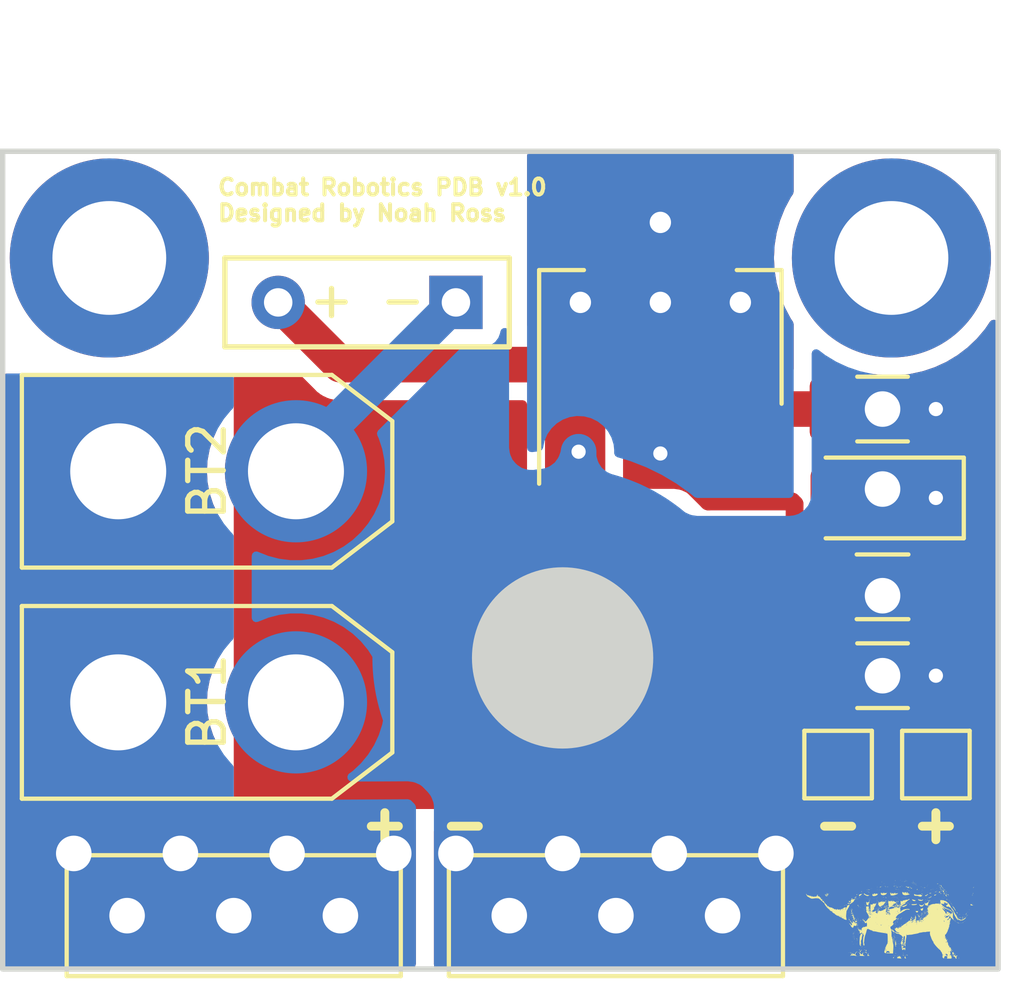
<source format=kicad_pcb>
(kicad_pcb (version 20221018) (generator pcbnew)
  (layers (0 "F.Cu" signal) (31 "B.Cu" signal) (34 "B.Paste" user) (35 "F.Paste" user) (36 "B.SilkS" user "B.Silkscreen") (37 "F.SilkS" user "F.Silkscreen") (38 "B.Mask" user) (39 "F.Mask" user) (44 "Edge.Cuts" user))
  (net 0 "")
  (net 1 "GND")
  (net 2 "Net-(D1-A)")
  (net 3 "/VBAT")
  (net 4 "/5V Power")
  (net 5 "/BATT GND")
  (footprint "TestPoint:TestPoint_Pad_1.5x1.5mm" (layer "F.Cu") (at 156 110.5 -90)
    (fp_text reference "TP7" hide)
    (fp_text value "TestPoint")
    (pad "1" smd rect (at 0 0 270) (size 1.5 1.5) (layers "F.Cu" "F.Mask") (net 4 "/5V Power"))
  )
  (footprint "LED_SMD:LED_1206_3216Metric" (layer "F.Cu") (at 157.25 103 180)
    (fp_text reference "D1" hide)
    (fp_text value "LED")
    (pad "1" smd roundrect (at -1.4 0 180) (size 1.25 1.75) (layers "F.Cu" "F.Paste" "F.Mask") (roundrect_rratio 0.2) (net 1 "GND"))
    (pad "2" smd roundrect (at 1.4 0 180) (size 1.25 1.75) (layers "F.Cu" "F.Paste" "F.Mask") (roundrect_rratio 0.2) (net 2 "Net-(D1-A)"))
  )
  (footprint "XT:XT30 Female" (layer "F.Cu") (at 140.75 108.75 180)
    (fp_text reference "BT1" (at 2.5 0 90) (layer "F.SilkS"))
    (fp_text value "Battery")
    (pad "1" thru_hole rect (at 5 0 180) (size 3.8 3.8) (drill 2.7) (layers "*.Cu" "*.Mask") (net 3 "/VBAT"))
    (pad "2" thru_hole circle (at 0 0 180) (size 4 4) (drill 2.7) (layers "*.Cu" "*.Mask") (net 5 "/BATT GND"))
  )
  (footprint "LOGO" (layer "F.Cu") (at 157.5 114.75)
    (fp_text reference "G***" hide)
    (fp_text value "LOGO" hide)
  )
  (footprint "XT:XT30 Female" (layer "F.Cu") (at 140.75 102.25 180)
    (fp_text reference "BT2" (at 2.5 0 90) (layer "F.SilkS"))
    (fp_text value "Battery")
    (pad "1" thru_hole rect (at 5 0 180) (size 3.8 3.8) (drill 2.7) (layers "*.Cu" "*.Mask") (net 3 "/VBAT"))
    (pad "2" thru_hole circle (at 0 0 180) (size 4 4) (drill 2.7) (layers "*.Cu" "*.Mask") (net 5 "/BATT GND"))
  )
  (footprint "Package_TO_SOT_SMD:SOT-223-3_TabPin2" (layer "F.Cu") (at 151 98.5 90)
    (fp_text reference "U2" hide)
    (fp_text value "LD1117S50TR_SOT223")
    (pad "1" smd rect (at -3.15 -2.3 90) (size 2 1.5) (layers "F.Cu" "F.Paste" "F.Mask") (net 1 "GND"))
    (pad "2" smd rect (at -3.15 0 90) (size 2 1.5) (layers "F.Cu" "F.Paste" "F.Mask") (net 4 "/5V Power"))
    (pad "2" smd rect (at 3.15 0 90) (size 2 3.8) (layers "F.Cu" "F.Paste" "F.Mask") (net 4 "/5V Power"))
    (pad "3" smd rect (at -3.15 2.3 90) (size 2 1.5) (layers "F.Cu" "F.Paste" "F.Mask") (net 3 "/VBAT"))
  )
  (footprint "TestPoint:TestPoint_Pad_1.5x1.5mm" (layer "F.Cu") (at 158.75 110.5 -90)
    (fp_text reference "TP1" hide)
    (fp_text value "TestPoint")
    (pad "1" smd rect (at 0 0 270) (size 1.5 1.5) (layers "F.Cu" "F.Mask") (net 1 "GND"))
  )
  (footprint "Pads:TestPoint_Pad_3.0x9.0mm" (layer "F.Cu") (at 149.75 114.75)
    (fp_text reference "TP3" hide)
    (fp_text value "TestPoint" hide)
    (pad "1" smd rect (at 0 0) (size 9 3) (layers "F.Cu" "F.Mask") (net 1 "GND"))
  )
  (footprint "Pads:TestPoint_Pad_3.0x9.0mm" (layer "F.Cu") (at 139 114.75 180)
    (fp_text reference "TP6" hide)
    (fp_text value "TestPoint" hide)
    (pad "1" smd rect (at 0 0 180) (size 9 3) (layers "F.Cu" "F.Mask") (net 3 "/VBAT"))
  )
  (footprint "Resistor_SMD:R_1206_3216Metric" (layer "F.Cu") (at 157.25 105.5 180)
    (fp_text reference "R1" hide)
    (fp_text value "680")
    (pad "1" smd roundrect (at -1.4625 0 180) (size 1.125 1.75) (layers "F.Cu" "F.Paste" "F.Mask") (roundrect_rratio 0.222222) (net 2 "Net-(D1-A)"))
    (pad "2" smd roundrect (at 1.4625 0 180) (size 1.125 1.75) (layers "F.Cu" "F.Paste" "F.Mask") (roundrect_rratio 0.222222) (net 4 "/5V Power"))
  )
  (footprint "Capacitor_SMD:C_1206_3216Metric" (layer "F.Cu") (at 157.25 108 180)
    (fp_text reference "C2" hide)
    (fp_text value "10uF")
    (pad "1" smd roundrect (at -1.475 0 180) (size 1.15 1.8) (layers "F.Cu" "F.Paste" "F.Mask") (roundrect_rratio 0.217391) (net 1 "GND"))
    (pad "2" smd roundrect (at 1.475 0 180) (size 1.15 1.8) (layers "F.Cu" "F.Paste" "F.Mask") (roundrect_rratio 0.217391) (net 4 "/5V Power"))
  )
  (footprint "Custom Parts:Panasonic_FC-A_D10_L12_F5_CompactOverhang" (layer "F.Cu") (at 142.75 97.5 180)
    (fp_text reference "C3" hide)
    (fp_text value "1000uF")
    (fp_text user "+" (at 1 -0.5) (layer "F.SilkS") (effects (justify bottom)))
    (fp_text user "-" (at -1 -0.5) (layer "F.SilkS") (effects (justify bottom)))
    (pad "1" thru_hole rect (at -2.5 0 180) (size 1.5 1.5) (drill 0.8) (layers "*.Cu" "*.Mask") (net 5 "/BATT GND"))
    (pad "2" thru_hole circle (at 2.5 0 180) (size 1.5 1.5) (drill 0.8) (layers "*.Cu" "*.Mask") (net 3 "/VBAT"))
  )
  (footprint "Capacitor_SMD:C_1206_3216Metric" (layer "F.Cu") (at 157.25 100.5 180)
    (fp_text reference "C1" hide)
    (fp_text value "100nF")
    (pad "1" smd roundrect (at -1.475 0 180) (size 1.15 1.8) (layers "F.Cu" "F.Paste" "F.Mask") (roundrect_rratio 0.217391) (net 1 "GND"))
    (pad "2" smd roundrect (at 1.475 0 180) (size 1.15 1.8) (layers "F.Cu" "F.Paste" "F.Mask") (roundrect_rratio 0.217391) (net 3 "/VBAT"))
  )
  (footprint "Custom Parts:M4_Broaching_NutSwitch" (layer "F.Cu") (at 148.25 107.5 90)
    (fp_text reference "SW1" hide)
    (fp_text value "SW_DIP_x01" hide)
    (fp_circle (center 0 0) (end 2.5 0) (stroke (width 0.1)) (fill solid) (layer "Edge.Cuts"))
    (pad "1" smd circle (at 0 0 90) (size 7.7 7.7) (layers "F.Cu" "F.Paste" "F.Mask") (net 5 "/BATT GND"))
    (pad "2" smd circle (at 0 0 90) (size 10.7 10.7) (layers "B.Cu" "B.Paste" "B.Mask") (net 1 "GND"))
  )
  (footprint "LOGO" (layer "F.Cu") (at 157.5 114.75)
    (fp_text reference "G***" hide)
    (fp_text value "LOGO" hide)
  )
  (gr_rect (start 132.5 93.25) (end 160.5 116.25) (stroke (width 0.15)) (fill none) (layer "Edge.Cuts"))
  (gr_text "+" (at 143.25 112.75) (layer "F.SilkS") (effects (font (size 1 1) (thickness 0.25) bold) (justify bottom)))
  (gr_text "-" (at 145.5 112.75) (layer "F.SilkS") (effects (font (size 1 1) (thickness 0.25) bold) (justify bottom)))
  (gr_text "-" (at 156 112.75) (layer "F.SilkS") (effects (font (size 1 1) (thickness 0.25) bold) (justify bottom)))
  (gr_text "+" (at 158.75 112.75) (layer "F.SilkS") (effects (font (size 1 1) (thickness 0.25) bold) (justify bottom)))
  (gr_text "Combat Robotics PDB v1.0\nDesigned by Noah Ross" (at 138.5 95.25) (layer "F.SilkS") (effects (font (size 0.45 0.45) (thickness 0.1125) bold) (justify left bottom)))
  (via (at 135.5 96.25) (size 5.6) (drill 3.2) (layers "F.Cu" "B.Cu") (net 0))
  (via (at 157.5 96.25) (size 5.6) (drill 3.2) (layers "F.Cu" "B.Cu") (net 0))
  (segment (start 158.725 108) (end 158.75 107.975) (width 0.5) (layer "F.Cu") (net 1))
  (segment (start 158.75 108.025) (end 158.725 108) (width 0.5) (layer "F.Cu") (net 1))
  (segment (start 159.725 107) (end 159.725 104.075) (width 0.5) (layer "F.Cu") (net 1))
  (segment (start 158.75 103) (end 158.65 103) (width 0.5) (layer "F.Cu") (net 1))
  (segment (start 158.75 110.25) (end 158.75 108.025) (width 0.5) (layer "F.Cu") (net 1))
  (segment (start 158.75 110.5) (end 158.75 110.25) (width 0.5) (layer "F.Cu") (net 1))
  (segment (start 158.975 107.75) (end 159.725 107) (width 0.5) (layer "F.Cu") (net 1))
  (segment (start 158.65 100.575) (end 158.725 100.5) (width 0.5) (layer "F.Cu") (net 1))
  (segment (start 158.65 103) (end 158.65 103) (width 0.5) (layer "F.Cu") (net 1))
  (segment (start 158.75 107.975) (end 158.75 107.75) (width 0.5) (layer "F.Cu") (net 1))
  (segment (start 158.75 100.5) (end 158.75 100.475) (width 0.5) (layer "F.Cu") (net 1))
  (segment (start 158.725 100.5) (end 158.75 100.5) (width 0.5) (layer "F.Cu") (net 1))
  (segment (start 158.75 103.1) (end 158.75 103) (width 0.5) (layer "F.Cu") (net 1))
  (segment (start 159.725 104.075) (end 158.75 103.1) (width 0.5) (layer "F.Cu") (net 1))
  (segment (start 158.75 100.475) (end 158.725 100.5) (width 0.5) (layer "F.Cu") (net 1))
  (segment (start 158.75 107.75) (end 158.975 107.75) (width 0.5) (layer "F.Cu") (net 1))
  (segment (start 158.65 103) (end 158.65 100.575) (width 0.5) (layer "F.Cu") (net 1))
  (via (at 154.25 113) (size 1.1) (drill 1) (layers "F.Cu" "B.Cu") (net 1))
  (via (at 151.25 113) (size 1.1) (drill 1) (layers "F.Cu" "B.Cu") (net 1))
  (via (at 158.75 100.5) (size 0.8) (drill 0.4) (layers "F.Cu" "B.Cu") (net 1))
  (via (at 158.75 103) (size 0.8) (drill 0.4) (layers "F.Cu" "B.Cu") (net 1))
  (via (at 149.75 114.75) (size 3) (drill 1) (layers "F.Cu" "B.Cu") (net 1))
  (via (at 152.75 114.75) (size 3) (drill 1) (layers "F.Cu" "B.Cu") (net 1))
  (via (at 157.25 108) (size 1.1) (drill 1) (layers "F.Cu" "B.Cu") (net 1))
  (via (at 157.25 102.75) (size 1.1) (drill 1) (layers "F.Cu" "B.Cu") (net 1))
  (via (at 145.25 113) (size 1.1) (drill 1) (layers "F.Cu" "B.Cu") (net 1))
  (via (at 157.25 100.5) (size 1.1) (drill 1) (layers "F.Cu" "B.Cu") (net 1))
  (via (at 158.75 108) (size 0.8) (drill 0.4) (layers "F.Cu" "B.Cu") (net 1))
  (via (at 148.25 113) (size 1.1) (drill 1) (layers "F.Cu" "B.Cu") (net 1))
  (via (at 146.75 114.75) (size 3) (drill 1) (layers "F.Cu" "B.Cu") (net 1))
  (via (at 148.7 101.7) (size 0.8) (drill 0.4) (layers "F.Cu" "B.Cu") (net 1))
  (via (at 157.25 105.75) (size 1.1) (drill 1) (layers "F.Cu" "B.Cu") (net 1))
  (segment (start 148.7 101.7) (end 148.7 104.807359) (width 1) (layer "B.Cu") (net 1))
  (segment (start 148.7 104.807359) (end 147.128679 106.37868) (width 1) (layer "B.Cu") (net 1))
  (segment (start 158.35 105.5) (end 155.85 103) (width 0.5) (layer "F.Cu") (net 2))
  (segment (start 158.7125 105.5) (end 158.35 105.5) (width 0.5) (layer "F.Cu") (net 2))
  (segment (start 140.25 97.5) (end 142 99.25) (width 1) (layer "F.Cu") (net 3))
  (segment (start 154.15 100.5) (end 152.9 99.25) (width 1) (layer "F.Cu") (net 3))
  (segment (start 152.9 99.25) (end 153.3 99.65) (width 1) (layer "F.Cu") (net 3))
  (segment (start 153.3 99.65) (end 153.3 101.65) (width 1) (layer "F.Cu") (net 3))
  (segment (start 142 99.25) (end 152.9 99.25) (width 1) (layer "F.Cu") (net 3))
  (segment (start 155.775 100.5) (end 154.15 100.5) (width 1) (layer "F.Cu") (net 3))
  (via (at 142 114.75) (size 3) (drill 1) (layers "F.Cu" "B.Cu") (net 3))
  (via (at 140.5 113) (size 1.1) (drill 1) (layers "F.Cu" "B.Cu") (net 3))
  (via (at 139 114.75) (size 3) (drill 1) (layers "F.Cu" "B.Cu") (net 3))
  (via (at 136 114.75) (size 3) (drill 1) (layers "F.Cu" "B.Cu") (net 3))
  (via (at 143.5 113) (size 1.1) (drill 1) (layers "F.Cu" "B.Cu") (net 3))
  (via (at 134.5 113) (size 1.1) (drill 1) (layers "F.Cu" "B.Cu") (net 3))
  (via (at 137.5 113) (size 1.1) (drill 1) (layers "F.Cu" "B.Cu") (net 3))
  (segment (start 154.7 103.1) (end 154.775 103.175) (width 0.5) (layer "F.Cu") (net 4))
  (segment (start 152.35 103.1) (end 154.7 103.1) (width 0.5) (layer "F.Cu") (net 4))
  (segment (start 151 101.65) (end 151 101.75) (width 0.5) (layer "F.Cu") (net 4))
  (segment (start 156 110.5) (end 156 108.225) (width 0.5) (layer "F.Cu") (net 4))
  (segment (start 151 101.75) (end 152.35 103.1) (width 0.5) (layer "F.Cu") (net 4))
  (segment (start 154.775 104.4875) (end 155.7875 105.5) (width 0.5) (layer "F.Cu") (net 4))
  (segment (start 155.775 105.5125) (end 155.7875 105.5) (width 0.5) (layer "F.Cu") (net 4))
  (segment (start 155.775 108) (end 155.775 105.5125) (width 0.5) (layer "F.Cu") (net 4))
  (segment (start 154.775 103.175) (end 154.775 104.4875) (width 0.5) (layer "F.Cu") (net 4))
  (segment (start 156 108.225) (end 155.775 108) (width 0.5) (layer "F.Cu") (net 4))
  (via (at 151 97.5) (size 1.2) (drill 0.6) (layers "F.Cu" "B.Cu") (net 4))
  (via (at 153.25 97.5) (size 1.2) (drill 0.6) (layers "F.Cu" "B.Cu") (net 4))
  (via (at 151 101.75) (size 0.8) (drill 0.4) (layers "F.Cu" "B.Cu") (net 4))
  (via (at 148.75 97.5) (size 1.2) (drill 0.6) (layers "F.Cu" "B.Cu") (net 4))
  (via (at 151 95.25) (size 1.2) (drill 0.6) (layers "F.Cu" "B.Cu") (net 4))
  (segment (start 140.75 102.25) (end 140.75 102) (width 1) (layer "B.Cu") (net 5))
  (segment (start 140.75 102) (end 145.25 97.5) (width 1) (layer "B.Cu") (net 5))
  (segment (start 141.25 102.25) (end 141.25 101.5) (width 1) (layer "B.Cu") (net 5))
  (zone (net 5) (net_name "/BATT GND") (layer "F.Cu") (priority 5) (connect_pads yes (clearance 0.5)) (min_thickness 0.25) (fill yes (thermal_gap 0.5) (thermal_bridge_width 0.5))
    (polygon (pts (xy 139 99.5) (xy 139 111.75) (xy 154.5 111.75) (xy 154.5 103.25) (xy 147.25 103.25) (xy 147.25 99.5)))
  )
  (zone (net 3) (net_name "/VBAT") (layers "F&B.Cu") (priority 3) (connect_pads yes (clearance 0.5)) (min_thickness 0.25) (fill yes (thermal_gap 0.5) (thermal_bridge_width 0.5))
    (polygon (pts (xy 144.125 116.225) (xy 144.125 111.475) (xy 139 111.5) (xy 139 99.5) (xy 132.5 99.5) (xy 132.5 116.25)))
  )
  (zone (net 4) (net_name "/5V Power") (layers "F&B.Cu") (priority 2) (connect_pads yes (clearance 0.5)) (min_thickness 0.25) (fill yes (thermal_gap 0.5) (thermal_bridge_width 0.5))
    (polygon (pts (xy 147.25 93.25) (xy 154.75 93.25) (xy 154.75 103) (xy 147.25 103)))
  )
  (zone (net 1) (net_name "GND") (layers "F&B.Cu") (connect_pads yes (clearance 0.5)) (min_thickness 0.25) (fill yes (thermal_gap 0.5) (thermal_bridge_width 0.5))
    (polygon (pts (xy 132.5 93.25) (xy 160.5 93.25) (xy 160.5 116.25) (xy 132.5 116.25) (xy 132.5 93.25)))
  )
)
</source>
